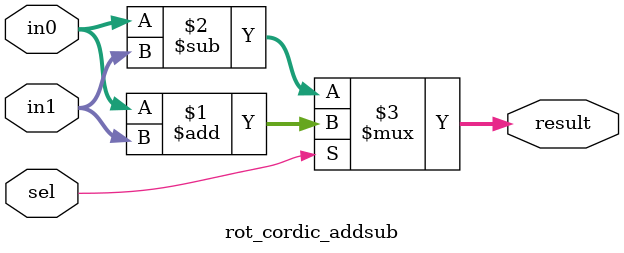
<source format=v>
module rot_cordic_addsub
#(
  parameter WIDTH = 16         // Data width
)
(
  input signed [WIDTH-1 : 0]       in0,
  input signed [WIDTH-1 : 0]       in1,
  input                            sel,
  output       [WIDTH-1 : 0]       result
);
  assign result = (sel)? (in0 + in1) : (in0-in1);

endmodule

</source>
